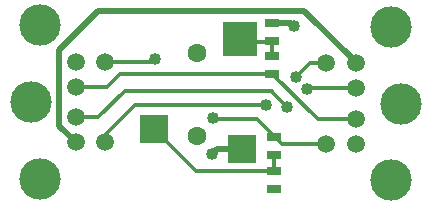
<source format=gtl>
G04 (created by PCBNEW (2013-mar-13)-testing) date Wed 12 Jun 2013 11:52:51 PM EST*
%MOIN*%
G04 Gerber Fmt 3.4, Leading zero omitted, Abs format*
%FSLAX34Y34*%
G01*
G70*
G90*
G04 APERTURE LIST*
%ADD10C,0.005906*%
%ADD11C,0.137795*%
%ADD12C,0.059055*%
%ADD13R,0.045000X0.025000*%
%ADD14R,0.094488X0.094488*%
%ADD15R,0.114173X0.114173*%
%ADD16C,0.062992*%
%ADD17C,0.040000*%
%ADD18C,0.014000*%
%ADD19C,0.020000*%
G04 APERTURE END LIST*
G54D10*
G54D11*
X73014Y-47440D03*
X72700Y-50000D03*
X73014Y-52559D03*
G54D12*
X74196Y-51340D03*
X75180Y-48659D03*
X75180Y-51340D03*
X74196Y-49490D03*
X74196Y-50509D03*
X74196Y-48659D03*
G54D11*
X84710Y-52609D03*
X85025Y-50050D03*
X84710Y-47490D03*
G54D12*
X83528Y-48709D03*
X82544Y-51390D03*
X82544Y-48709D03*
X83528Y-50559D03*
X83528Y-49540D03*
X83528Y-51390D03*
G54D13*
X80800Y-51150D03*
X80800Y-51750D03*
X80800Y-52300D03*
X80800Y-52900D03*
X80750Y-49050D03*
X80750Y-48450D03*
X80750Y-47950D03*
X80750Y-47350D03*
G54D14*
X76810Y-50896D03*
G54D15*
X79664Y-47904D03*
G54D14*
X79723Y-51565D03*
G54D16*
X78227Y-51132D03*
X78227Y-48376D03*
G54D17*
X78775Y-50525D03*
X76850Y-48575D03*
X80550Y-50100D03*
X81550Y-49150D03*
X81225Y-50150D03*
X81900Y-49550D03*
X78750Y-51725D03*
X81475Y-47450D03*
G54D18*
X80700Y-51025D02*
X80250Y-50575D01*
X80250Y-50575D02*
X78825Y-50575D01*
X78825Y-50575D02*
X78775Y-50525D01*
X76850Y-48575D02*
X76765Y-48659D01*
X76765Y-48659D02*
X75180Y-48659D01*
X82544Y-51390D02*
X81065Y-51390D01*
X81065Y-51390D02*
X80700Y-51025D01*
X80800Y-52300D02*
X80800Y-51750D01*
X80800Y-52300D02*
X78213Y-52300D01*
X78213Y-52300D02*
X76810Y-50896D01*
X76760Y-50921D02*
X76760Y-51060D01*
X80750Y-49050D02*
X75675Y-49050D01*
X75675Y-49050D02*
X75234Y-49490D01*
X75234Y-49490D02*
X74196Y-49490D01*
X83528Y-50559D02*
X82259Y-50559D01*
X82259Y-50559D02*
X80750Y-49050D01*
X79614Y-47979D02*
X80720Y-47979D01*
X80720Y-47979D02*
X80750Y-48009D01*
X80750Y-48009D02*
X80750Y-48450D01*
X75180Y-51340D02*
X75180Y-51094D01*
X75180Y-51094D02*
X76175Y-50100D01*
X76175Y-50100D02*
X80550Y-50100D01*
X81550Y-49150D02*
X81990Y-48709D01*
X81990Y-48709D02*
X82544Y-48709D01*
X80725Y-49625D02*
X80725Y-49650D01*
X80725Y-49650D02*
X81225Y-50150D01*
X81900Y-49550D02*
X81909Y-49540D01*
X81909Y-49540D02*
X83528Y-49540D01*
X74196Y-50509D02*
X74940Y-50509D01*
X74940Y-50509D02*
X75825Y-49625D01*
X75825Y-49625D02*
X80725Y-49625D01*
G54D19*
X83528Y-48709D02*
X83528Y-48678D01*
X83528Y-48678D02*
X81800Y-46950D01*
X74950Y-46950D02*
X81800Y-46950D01*
X74950Y-46950D02*
X73650Y-48250D01*
X73650Y-48250D02*
X73650Y-50794D01*
X74196Y-51340D02*
X73650Y-50794D01*
X79723Y-51565D02*
X78909Y-51565D01*
X78909Y-51565D02*
X78750Y-51725D01*
X80750Y-47350D02*
X81375Y-47350D01*
X81375Y-47350D02*
X81475Y-47450D01*
M02*

</source>
